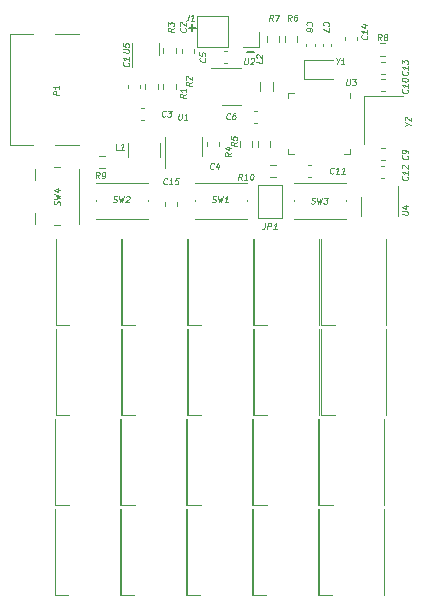
<source format=gbr>
%TF.GenerationSoftware,KiCad,Pcbnew,(6.0.11)*%
%TF.CreationDate,2023-02-01T21:23:03-08:00*%
%TF.ProjectId,Luzy,4c757a79-2e6b-4696-9361-645f70636258,rev?*%
%TF.SameCoordinates,Original*%
%TF.FileFunction,Legend,Top*%
%TF.FilePolarity,Positive*%
%FSLAX46Y46*%
G04 Gerber Fmt 4.6, Leading zero omitted, Abs format (unit mm)*
G04 Created by KiCad (PCBNEW (6.0.11)) date 2023-02-01 21:23:03*
%MOMM*%
%LPD*%
G01*
G04 APERTURE LIST*
%ADD10C,0.127000*%
%ADD11C,0.076200*%
G04 APERTURE END LIST*
D10*
X152236714Y-49076428D02*
X152817285Y-49076428D01*
X147283714Y-47044428D02*
X147864285Y-47044428D01*
X147574000Y-47334714D02*
X147574000Y-46754142D01*
D11*
%TO.C,C8*%
X157298571Y-46863287D02*
X157274380Y-46836072D01*
X157250190Y-46760477D01*
X157250190Y-46712096D01*
X157274380Y-46642549D01*
X157322761Y-46600215D01*
X157371142Y-46582072D01*
X157467904Y-46569977D01*
X157540476Y-46579049D01*
X157637238Y-46615334D01*
X157685619Y-46645572D01*
X157734000Y-46700001D01*
X157758190Y-46775596D01*
X157758190Y-46823977D01*
X157734000Y-46893525D01*
X157709809Y-46914692D01*
X157540476Y-47183811D02*
X157564666Y-47138453D01*
X157588857Y-47117287D01*
X157637238Y-47099144D01*
X157661428Y-47102168D01*
X157709809Y-47132406D01*
X157734000Y-47159620D01*
X157758190Y-47211025D01*
X157758190Y-47307787D01*
X157734000Y-47353144D01*
X157709809Y-47374311D01*
X157661428Y-47392453D01*
X157637238Y-47389430D01*
X157588857Y-47359192D01*
X157564666Y-47331977D01*
X157540476Y-47280572D01*
X157540476Y-47183811D01*
X157516285Y-47132406D01*
X157492095Y-47105192D01*
X157443714Y-47074953D01*
X157346952Y-47062858D01*
X157298571Y-47081001D01*
X157274380Y-47102168D01*
X157250190Y-47147525D01*
X157250190Y-47244287D01*
X157274380Y-47295692D01*
X157298571Y-47322906D01*
X157346952Y-47353144D01*
X157443714Y-47365239D01*
X157492095Y-47347096D01*
X157516285Y-47325930D01*
X157540476Y-47280572D01*
%TO.C,C7*%
X158695571Y-46863287D02*
X158671380Y-46836072D01*
X158647190Y-46760477D01*
X158647190Y-46712096D01*
X158671380Y-46642549D01*
X158719761Y-46600215D01*
X158768142Y-46582072D01*
X158864904Y-46569977D01*
X158937476Y-46579049D01*
X159034238Y-46615334D01*
X159082619Y-46645572D01*
X159131000Y-46700001D01*
X159155190Y-46775596D01*
X159155190Y-46823977D01*
X159131000Y-46893525D01*
X159106809Y-46914692D01*
X159155190Y-47090072D02*
X159155190Y-47428739D01*
X158647190Y-47147525D01*
%TO.C,JP1*%
X153770072Y-63602809D02*
X153724715Y-63965666D01*
X153691453Y-64038238D01*
X153637025Y-64086619D01*
X153561430Y-64110809D01*
X153513049Y-64110809D01*
X153948477Y-64110809D02*
X154011977Y-63602809D01*
X154205501Y-63602809D01*
X154250858Y-63627000D01*
X154272025Y-63651190D01*
X154290168Y-63699571D01*
X154281096Y-63772142D01*
X154250858Y-63820523D01*
X154223644Y-63844714D01*
X154172239Y-63868904D01*
X153978715Y-63868904D01*
X154722572Y-64110809D02*
X154432287Y-64110809D01*
X154577430Y-64110809D02*
X154640930Y-63602809D01*
X154583477Y-63675380D01*
X154529049Y-63723761D01*
X154477644Y-63747952D01*
%TO.C,C1*%
X142167428Y-50037712D02*
X142191619Y-50064927D01*
X142215809Y-50140522D01*
X142215809Y-50188903D01*
X142191619Y-50258450D01*
X142143238Y-50300784D01*
X142094857Y-50318927D01*
X141998095Y-50331022D01*
X141925523Y-50321950D01*
X141828761Y-50285665D01*
X141780380Y-50255427D01*
X141732000Y-50200998D01*
X141707809Y-50125403D01*
X141707809Y-50077022D01*
X141732000Y-50007474D01*
X141756190Y-49986307D01*
X142215809Y-49559950D02*
X142215809Y-49850236D01*
X142215809Y-49705093D02*
X141707809Y-49641593D01*
X141780380Y-49699046D01*
X141828761Y-49753474D01*
X141852952Y-49804879D01*
%TO.C,J1*%
X147293072Y-45949809D02*
X147247715Y-46312666D01*
X147214453Y-46385238D01*
X147160025Y-46433619D01*
X147084430Y-46457809D01*
X147036049Y-46457809D01*
X147737572Y-46457809D02*
X147447287Y-46457809D01*
X147592430Y-46457809D02*
X147655930Y-45949809D01*
X147598477Y-46022380D01*
X147544049Y-46070761D01*
X147492644Y-46094952D01*
%TO.C,SW1*%
X149264596Y-61800619D02*
X149334144Y-61824809D01*
X149455096Y-61824809D01*
X149506501Y-61800619D01*
X149533715Y-61776428D01*
X149563953Y-61728047D01*
X149570001Y-61679666D01*
X149551858Y-61631285D01*
X149530692Y-61607095D01*
X149485334Y-61582904D01*
X149391596Y-61558714D01*
X149346239Y-61534523D01*
X149325072Y-61510333D01*
X149306930Y-61461952D01*
X149312977Y-61413571D01*
X149343215Y-61365190D01*
X149370430Y-61341000D01*
X149421834Y-61316809D01*
X149542787Y-61316809D01*
X149612334Y-61341000D01*
X149784692Y-61316809D02*
X149842144Y-61824809D01*
X149984263Y-61461952D01*
X150035668Y-61824809D01*
X150220120Y-61316809D01*
X150616239Y-61824809D02*
X150325953Y-61824809D01*
X150471096Y-61824809D02*
X150534596Y-61316809D01*
X150477144Y-61389380D01*
X150422715Y-61437761D01*
X150371311Y-61461952D01*
%TO.C,U2*%
X152028358Y-49632809D02*
X151976953Y-50044047D01*
X151995096Y-50092428D01*
X152016263Y-50116619D01*
X152061620Y-50140809D01*
X152158382Y-50140809D01*
X152209787Y-50116619D01*
X152237001Y-50092428D01*
X152267239Y-50044047D01*
X152318644Y-49632809D01*
X152530311Y-49681190D02*
X152557525Y-49657000D01*
X152608930Y-49632809D01*
X152729882Y-49632809D01*
X152775239Y-49657000D01*
X152796406Y-49681190D01*
X152814549Y-49729571D01*
X152808501Y-49777952D01*
X152775239Y-49850523D01*
X152448668Y-50140809D01*
X152763144Y-50140809D01*
%TO.C,C14*%
X162360428Y-47739617D02*
X162384619Y-47766831D01*
X162408809Y-47842427D01*
X162408809Y-47890807D01*
X162384619Y-47960355D01*
X162336238Y-48002688D01*
X162287857Y-48020831D01*
X162191095Y-48032927D01*
X162118523Y-48023855D01*
X162021761Y-47987569D01*
X161973380Y-47957331D01*
X161925000Y-47902903D01*
X161900809Y-47827307D01*
X161900809Y-47778927D01*
X161925000Y-47709379D01*
X161949190Y-47688212D01*
X162408809Y-47261855D02*
X162408809Y-47552141D01*
X162408809Y-47406998D02*
X161900809Y-47343498D01*
X161973380Y-47400950D01*
X162021761Y-47455379D01*
X162045952Y-47506784D01*
X162070142Y-46784093D02*
X162408809Y-46826427D01*
X161876619Y-46880855D02*
X162239476Y-47047165D01*
X162239476Y-46732688D01*
%TO.C,C2*%
X146993428Y-47116712D02*
X147017619Y-47143927D01*
X147041809Y-47219522D01*
X147041809Y-47267903D01*
X147017619Y-47337450D01*
X146969238Y-47379784D01*
X146920857Y-47397927D01*
X146824095Y-47410022D01*
X146751523Y-47400950D01*
X146654761Y-47364665D01*
X146606380Y-47334427D01*
X146558000Y-47279998D01*
X146533809Y-47204403D01*
X146533809Y-47156022D01*
X146558000Y-47086474D01*
X146582190Y-47065307D01*
X146582190Y-46871784D02*
X146558000Y-46844569D01*
X146533809Y-46793165D01*
X146533809Y-46672212D01*
X146558000Y-46626855D01*
X146582190Y-46605688D01*
X146630571Y-46587546D01*
X146678952Y-46593593D01*
X146751523Y-46626855D01*
X147041809Y-46953427D01*
X147041809Y-46638950D01*
%TO.C,R3*%
X146025809Y-47122760D02*
X145783904Y-47261855D01*
X146025809Y-47413046D02*
X145517809Y-47349546D01*
X145517809Y-47156022D01*
X145542000Y-47110665D01*
X145566190Y-47089498D01*
X145614571Y-47071355D01*
X145687142Y-47080427D01*
X145735523Y-47110665D01*
X145759714Y-47137879D01*
X145783904Y-47189284D01*
X145783904Y-47382807D01*
X145517809Y-46889927D02*
X145517809Y-46575450D01*
X145711333Y-46768974D01*
X145711333Y-46696403D01*
X145735523Y-46651046D01*
X145759714Y-46629879D01*
X145808095Y-46611736D01*
X145929047Y-46626855D01*
X145977428Y-46657093D01*
X146001619Y-46684307D01*
X146025809Y-46735712D01*
X146025809Y-46880855D01*
X146001619Y-46926212D01*
X145977428Y-46947379D01*
%TO.C,Y2*%
X165849904Y-55250760D02*
X166091809Y-55280998D01*
X165583809Y-55386831D02*
X165849904Y-55250760D01*
X165583809Y-55048165D01*
X165632190Y-54909069D02*
X165608000Y-54881855D01*
X165583809Y-54830450D01*
X165583809Y-54709498D01*
X165608000Y-54664141D01*
X165632190Y-54642974D01*
X165680571Y-54624831D01*
X165728952Y-54630879D01*
X165801523Y-54664141D01*
X166091809Y-54990712D01*
X166091809Y-54676236D01*
%TO.C,C12*%
X165789428Y-59677617D02*
X165813619Y-59704831D01*
X165837809Y-59780427D01*
X165837809Y-59828807D01*
X165813619Y-59898355D01*
X165765238Y-59940688D01*
X165716857Y-59958831D01*
X165620095Y-59970927D01*
X165547523Y-59961855D01*
X165450761Y-59925569D01*
X165402380Y-59895331D01*
X165354000Y-59840903D01*
X165329809Y-59765307D01*
X165329809Y-59716927D01*
X165354000Y-59647379D01*
X165378190Y-59626212D01*
X165837809Y-59199855D02*
X165837809Y-59490141D01*
X165837809Y-59344998D02*
X165329809Y-59281498D01*
X165402380Y-59338950D01*
X165450761Y-59393379D01*
X165474952Y-59444784D01*
X165378190Y-58948879D02*
X165354000Y-58921665D01*
X165329809Y-58870260D01*
X165329809Y-58749307D01*
X165354000Y-58703950D01*
X165378190Y-58682784D01*
X165426571Y-58664641D01*
X165474952Y-58670688D01*
X165547523Y-58703950D01*
X165837809Y-59030522D01*
X165837809Y-58716046D01*
%TO.C,C15*%
X145427382Y-60252428D02*
X145400168Y-60276619D01*
X145324572Y-60300809D01*
X145276192Y-60300809D01*
X145206644Y-60276619D01*
X145164311Y-60228238D01*
X145146168Y-60179857D01*
X145134072Y-60083095D01*
X145143144Y-60010523D01*
X145179430Y-59913761D01*
X145209668Y-59865380D01*
X145264096Y-59817000D01*
X145339692Y-59792809D01*
X145388072Y-59792809D01*
X145457620Y-59817000D01*
X145478787Y-59841190D01*
X145905144Y-60300809D02*
X145614858Y-60300809D01*
X145760001Y-60300809D02*
X145823501Y-59792809D01*
X145766049Y-59865380D01*
X145711620Y-59913761D01*
X145660215Y-59937952D01*
X146428263Y-59792809D02*
X146186358Y-59792809D01*
X146131930Y-60034714D01*
X146159144Y-60010523D01*
X146210549Y-59986333D01*
X146331501Y-59986333D01*
X146376858Y-60010523D01*
X146398025Y-60034714D01*
X146416168Y-60083095D01*
X146401049Y-60204047D01*
X146370811Y-60252428D01*
X146343596Y-60276619D01*
X146292192Y-60300809D01*
X146171239Y-60300809D01*
X146125882Y-60276619D01*
X146104715Y-60252428D01*
%TO.C,R9*%
X139694239Y-59792809D02*
X139555144Y-59550904D01*
X139403953Y-59792809D02*
X139467453Y-59284809D01*
X139660977Y-59284809D01*
X139706334Y-59309000D01*
X139727501Y-59333190D01*
X139745644Y-59381571D01*
X139736572Y-59454142D01*
X139706334Y-59502523D01*
X139679120Y-59526714D01*
X139627715Y-59550904D01*
X139434192Y-59550904D01*
X139936144Y-59792809D02*
X140032906Y-59792809D01*
X140084311Y-59768619D01*
X140111525Y-59744428D01*
X140168977Y-59671857D01*
X140205263Y-59575095D01*
X140229453Y-59381571D01*
X140211311Y-59333190D01*
X140190144Y-59309000D01*
X140144787Y-59284809D01*
X140048025Y-59284809D01*
X139996620Y-59309000D01*
X139969406Y-59333190D01*
X139939168Y-59381571D01*
X139924049Y-59502523D01*
X139942192Y-59550904D01*
X139963358Y-59575095D01*
X140008715Y-59599285D01*
X140105477Y-59599285D01*
X140156882Y-59575095D01*
X140184096Y-59550904D01*
X140214334Y-59502523D01*
%TO.C,R1*%
X147041809Y-52710760D02*
X146799904Y-52849855D01*
X147041809Y-53001046D02*
X146533809Y-52937546D01*
X146533809Y-52744022D01*
X146558000Y-52698665D01*
X146582190Y-52677498D01*
X146630571Y-52659355D01*
X146703142Y-52668427D01*
X146751523Y-52698665D01*
X146775714Y-52725879D01*
X146799904Y-52777284D01*
X146799904Y-52970807D01*
X147041809Y-52226950D02*
X147041809Y-52517236D01*
X147041809Y-52372093D02*
X146533809Y-52308593D01*
X146606380Y-52366046D01*
X146654761Y-52420474D01*
X146678952Y-52471879D01*
%TO.C,C5*%
X148644428Y-49656712D02*
X148668619Y-49683927D01*
X148692809Y-49759522D01*
X148692809Y-49807903D01*
X148668619Y-49877450D01*
X148620238Y-49919784D01*
X148571857Y-49937927D01*
X148475095Y-49950022D01*
X148402523Y-49940950D01*
X148305761Y-49904665D01*
X148257380Y-49874427D01*
X148209000Y-49819998D01*
X148184809Y-49744403D01*
X148184809Y-49696022D01*
X148209000Y-49626474D01*
X148233190Y-49605307D01*
X148184809Y-49139641D02*
X148184809Y-49381546D01*
X148426714Y-49435974D01*
X148402523Y-49408760D01*
X148378333Y-49357355D01*
X148378333Y-49236403D01*
X148402523Y-49191046D01*
X148426714Y-49169879D01*
X148475095Y-49151736D01*
X148596047Y-49166855D01*
X148644428Y-49197093D01*
X148668619Y-49224307D01*
X148692809Y-49275712D01*
X148692809Y-49396665D01*
X148668619Y-49442022D01*
X148644428Y-49463188D01*
%TO.C,Y1*%
X159887239Y-49898904D02*
X159857001Y-50140809D01*
X159751168Y-49632809D02*
X159887239Y-49898904D01*
X160089834Y-49632809D01*
X160461763Y-50140809D02*
X160171477Y-50140809D01*
X160316620Y-50140809D02*
X160380120Y-49632809D01*
X160322668Y-49705380D01*
X160268239Y-49753761D01*
X160216834Y-49777952D01*
%TO.C,U1*%
X146440358Y-54331809D02*
X146388953Y-54743047D01*
X146407096Y-54791428D01*
X146428263Y-54815619D01*
X146473620Y-54839809D01*
X146570382Y-54839809D01*
X146621787Y-54815619D01*
X146649001Y-54791428D01*
X146679239Y-54743047D01*
X146730644Y-54331809D01*
X147175144Y-54839809D02*
X146884858Y-54839809D01*
X147030001Y-54839809D02*
X147093501Y-54331809D01*
X147036049Y-54404380D01*
X146981620Y-54452761D01*
X146930215Y-54476952D01*
%TO.C,U3*%
X160664358Y-51410809D02*
X160612953Y-51822047D01*
X160631096Y-51870428D01*
X160652263Y-51894619D01*
X160697620Y-51918809D01*
X160794382Y-51918809D01*
X160845787Y-51894619D01*
X160873001Y-51870428D01*
X160903239Y-51822047D01*
X160954644Y-51410809D01*
X161148168Y-51410809D02*
X161462644Y-51410809D01*
X161269120Y-51604333D01*
X161341692Y-51604333D01*
X161387049Y-51628523D01*
X161408215Y-51652714D01*
X161426358Y-51701095D01*
X161411239Y-51822047D01*
X161381001Y-51870428D01*
X161353787Y-51894619D01*
X161302382Y-51918809D01*
X161157239Y-51918809D01*
X161111882Y-51894619D01*
X161090715Y-51870428D01*
%TO.C,C4*%
X149352287Y-58982428D02*
X149325072Y-59006619D01*
X149249477Y-59030809D01*
X149201096Y-59030809D01*
X149131549Y-59006619D01*
X149089215Y-58958238D01*
X149071072Y-58909857D01*
X149058977Y-58813095D01*
X149068049Y-58740523D01*
X149104334Y-58643761D01*
X149134572Y-58595380D01*
X149189001Y-58547000D01*
X149264596Y-58522809D01*
X149312977Y-58522809D01*
X149382525Y-58547000D01*
X149403692Y-58571190D01*
X149824001Y-58692142D02*
X149781668Y-59030809D01*
X149727239Y-58498619D02*
X149560930Y-58861476D01*
X149875406Y-58861476D01*
%TO.C,SW4*%
X136341619Y-62063403D02*
X136365809Y-61993855D01*
X136365809Y-61872903D01*
X136341619Y-61821498D01*
X136317428Y-61794284D01*
X136269047Y-61764046D01*
X136220666Y-61757998D01*
X136172285Y-61776141D01*
X136148095Y-61797307D01*
X136123904Y-61842665D01*
X136099714Y-61936403D01*
X136075523Y-61981760D01*
X136051333Y-62002927D01*
X136002952Y-62021069D01*
X135954571Y-62015022D01*
X135906190Y-61984784D01*
X135882000Y-61957569D01*
X135857809Y-61906165D01*
X135857809Y-61785212D01*
X135882000Y-61715665D01*
X135857809Y-61543307D02*
X136365809Y-61485855D01*
X136002952Y-61343736D01*
X136365809Y-61292331D01*
X135857809Y-61107879D01*
X136027142Y-60717807D02*
X136365809Y-60760141D01*
X135833619Y-60814569D02*
X136196476Y-60980879D01*
X136196476Y-60666403D01*
%TO.C,R4*%
X150851809Y-57663760D02*
X150609904Y-57802855D01*
X150851809Y-57954046D02*
X150343809Y-57890546D01*
X150343809Y-57697022D01*
X150368000Y-57651665D01*
X150392190Y-57630498D01*
X150440571Y-57612355D01*
X150513142Y-57621427D01*
X150561523Y-57651665D01*
X150585714Y-57678879D01*
X150609904Y-57730284D01*
X150609904Y-57923807D01*
X150513142Y-57185998D02*
X150851809Y-57228331D01*
X150319619Y-57282760D02*
X150682476Y-57449069D01*
X150682476Y-57134593D01*
%TO.C,SW3*%
X157646596Y-61927619D02*
X157716144Y-61951809D01*
X157837096Y-61951809D01*
X157888501Y-61927619D01*
X157915715Y-61903428D01*
X157945953Y-61855047D01*
X157952001Y-61806666D01*
X157933858Y-61758285D01*
X157912692Y-61734095D01*
X157867334Y-61709904D01*
X157773596Y-61685714D01*
X157728239Y-61661523D01*
X157707072Y-61637333D01*
X157688930Y-61588952D01*
X157694977Y-61540571D01*
X157725215Y-61492190D01*
X157752430Y-61468000D01*
X157803834Y-61443809D01*
X157924787Y-61443809D01*
X157994334Y-61468000D01*
X158166692Y-61443809D02*
X158224144Y-61951809D01*
X158366263Y-61588952D01*
X158417668Y-61951809D01*
X158602120Y-61443809D01*
X158747263Y-61443809D02*
X159061739Y-61443809D01*
X158868215Y-61637333D01*
X158940787Y-61637333D01*
X158986144Y-61661523D01*
X159007311Y-61685714D01*
X159025453Y-61734095D01*
X159010334Y-61855047D01*
X158980096Y-61903428D01*
X158952882Y-61927619D01*
X158901477Y-61951809D01*
X158756334Y-61951809D01*
X158710977Y-61927619D01*
X158689811Y-61903428D01*
%TO.C,P1*%
X136321809Y-52747046D02*
X135813809Y-52683546D01*
X135813809Y-52490022D01*
X135838000Y-52444665D01*
X135862190Y-52423498D01*
X135910571Y-52405355D01*
X135983142Y-52414427D01*
X136031523Y-52444665D01*
X136055714Y-52471879D01*
X136079904Y-52523284D01*
X136079904Y-52716807D01*
X136321809Y-51972950D02*
X136321809Y-52263236D01*
X136321809Y-52118093D02*
X135813809Y-52054593D01*
X135886380Y-52112046D01*
X135934761Y-52166474D01*
X135958952Y-52217879D01*
%TO.C,U4*%
X165329809Y-62855641D02*
X165741047Y-62907046D01*
X165789428Y-62888903D01*
X165813619Y-62867736D01*
X165837809Y-62822379D01*
X165837809Y-62725617D01*
X165813619Y-62674212D01*
X165789428Y-62646998D01*
X165741047Y-62616760D01*
X165329809Y-62565355D01*
X165499142Y-62126903D02*
X165837809Y-62169236D01*
X165305619Y-62223665D02*
X165668476Y-62389974D01*
X165668476Y-62075498D01*
%TO.C,C6*%
X150749287Y-54750828D02*
X150722072Y-54775019D01*
X150646477Y-54799209D01*
X150598096Y-54799209D01*
X150528549Y-54775019D01*
X150486215Y-54726638D01*
X150468072Y-54678257D01*
X150455977Y-54581495D01*
X150465049Y-54508923D01*
X150501334Y-54412161D01*
X150531572Y-54363780D01*
X150586001Y-54315400D01*
X150661596Y-54291209D01*
X150709977Y-54291209D01*
X150779525Y-54315400D01*
X150800692Y-54339590D01*
X151242168Y-54291209D02*
X151145406Y-54291209D01*
X151094001Y-54315400D01*
X151066787Y-54339590D01*
X151009334Y-54412161D01*
X150973049Y-54508923D01*
X150948858Y-54702447D01*
X150967001Y-54750828D01*
X150988168Y-54775019D01*
X151033525Y-54799209D01*
X151130287Y-54799209D01*
X151181692Y-54775019D01*
X151208906Y-54750828D01*
X151239144Y-54702447D01*
X151254263Y-54581495D01*
X151236120Y-54533114D01*
X151214953Y-54508923D01*
X151169596Y-54484733D01*
X151072834Y-54484733D01*
X151021430Y-54508923D01*
X150994215Y-54533114D01*
X150963977Y-54581495D01*
%TO.C,U5*%
X141707809Y-49139641D02*
X142119047Y-49191046D01*
X142167428Y-49172903D01*
X142191619Y-49151736D01*
X142215809Y-49106379D01*
X142215809Y-49009617D01*
X142191619Y-48958212D01*
X142167428Y-48930998D01*
X142119047Y-48900760D01*
X141707809Y-48849355D01*
X141707809Y-48365546D02*
X141707809Y-48607450D01*
X141949714Y-48661879D01*
X141925523Y-48634665D01*
X141901333Y-48583260D01*
X141901333Y-48462307D01*
X141925523Y-48416950D01*
X141949714Y-48395784D01*
X141998095Y-48377641D01*
X142119047Y-48392760D01*
X142167428Y-48422998D01*
X142191619Y-48450212D01*
X142215809Y-48501617D01*
X142215809Y-48622569D01*
X142191619Y-48667927D01*
X142167428Y-48689093D01*
%TO.C,C10*%
X165789428Y-52311617D02*
X165813619Y-52338831D01*
X165837809Y-52414427D01*
X165837809Y-52462807D01*
X165813619Y-52532355D01*
X165765238Y-52574688D01*
X165716857Y-52592831D01*
X165620095Y-52604927D01*
X165547523Y-52595855D01*
X165450761Y-52559569D01*
X165402380Y-52529331D01*
X165354000Y-52474903D01*
X165329809Y-52399307D01*
X165329809Y-52350927D01*
X165354000Y-52281379D01*
X165378190Y-52260212D01*
X165837809Y-51833855D02*
X165837809Y-52124141D01*
X165837809Y-51978998D02*
X165329809Y-51915498D01*
X165402380Y-51972950D01*
X165450761Y-52027379D01*
X165474952Y-52078784D01*
X165329809Y-51455879D02*
X165329809Y-51407498D01*
X165354000Y-51362141D01*
X165378190Y-51340974D01*
X165426571Y-51322831D01*
X165523333Y-51310736D01*
X165644285Y-51325855D01*
X165741047Y-51362141D01*
X165789428Y-51392379D01*
X165813619Y-51419593D01*
X165837809Y-51470998D01*
X165837809Y-51519379D01*
X165813619Y-51564736D01*
X165789428Y-51585903D01*
X165741047Y-51604046D01*
X165644285Y-51616141D01*
X165523333Y-51601022D01*
X165426571Y-51564736D01*
X165378190Y-51534498D01*
X165354000Y-51507284D01*
X165329809Y-51455879D01*
%TO.C,R8*%
X163570239Y-48108809D02*
X163431144Y-47866904D01*
X163279953Y-48108809D02*
X163343453Y-47600809D01*
X163536977Y-47600809D01*
X163582334Y-47625000D01*
X163603501Y-47649190D01*
X163621644Y-47697571D01*
X163612572Y-47770142D01*
X163582334Y-47818523D01*
X163555120Y-47842714D01*
X163503715Y-47866904D01*
X163310192Y-47866904D01*
X163896811Y-47818523D02*
X163851453Y-47794333D01*
X163830287Y-47770142D01*
X163812144Y-47721761D01*
X163815168Y-47697571D01*
X163845406Y-47649190D01*
X163872620Y-47625000D01*
X163924025Y-47600809D01*
X164020787Y-47600809D01*
X164066144Y-47625000D01*
X164087311Y-47649190D01*
X164105453Y-47697571D01*
X164102430Y-47721761D01*
X164072192Y-47770142D01*
X164044977Y-47794333D01*
X163993572Y-47818523D01*
X163896811Y-47818523D01*
X163845406Y-47842714D01*
X163818192Y-47866904D01*
X163787953Y-47915285D01*
X163775858Y-48012047D01*
X163794001Y-48060428D01*
X163815168Y-48084619D01*
X163860525Y-48108809D01*
X163957287Y-48108809D01*
X164008692Y-48084619D01*
X164035906Y-48060428D01*
X164066144Y-48012047D01*
X164078239Y-47915285D01*
X164060096Y-47866904D01*
X164038930Y-47842714D01*
X163993572Y-47818523D01*
%TO.C,R10*%
X151771334Y-59919809D02*
X151632239Y-59677904D01*
X151481049Y-59919809D02*
X151544549Y-59411809D01*
X151738072Y-59411809D01*
X151783430Y-59436000D01*
X151804596Y-59460190D01*
X151822739Y-59508571D01*
X151813668Y-59581142D01*
X151783430Y-59629523D01*
X151756215Y-59653714D01*
X151704811Y-59677904D01*
X151511287Y-59677904D01*
X152255144Y-59919809D02*
X151964858Y-59919809D01*
X152110001Y-59919809D02*
X152173501Y-59411809D01*
X152116049Y-59484380D01*
X152061620Y-59532761D01*
X152010215Y-59556952D01*
X152633120Y-59411809D02*
X152681501Y-59411809D01*
X152726858Y-59436000D01*
X152748025Y-59460190D01*
X152766168Y-59508571D01*
X152778263Y-59605333D01*
X152763144Y-59726285D01*
X152726858Y-59823047D01*
X152696620Y-59871428D01*
X152669406Y-59895619D01*
X152618001Y-59919809D01*
X152569620Y-59919809D01*
X152524263Y-59895619D01*
X152503096Y-59871428D01*
X152484953Y-59823047D01*
X152472858Y-59726285D01*
X152487977Y-59605333D01*
X152524263Y-59508571D01*
X152554501Y-59460190D01*
X152581715Y-59436000D01*
X152633120Y-59411809D01*
%TO.C,R2*%
X147549809Y-51694760D02*
X147307904Y-51833855D01*
X147549809Y-51985046D02*
X147041809Y-51921546D01*
X147041809Y-51728022D01*
X147066000Y-51682665D01*
X147090190Y-51661498D01*
X147138571Y-51643355D01*
X147211142Y-51652427D01*
X147259523Y-51682665D01*
X147283714Y-51709879D01*
X147307904Y-51761284D01*
X147307904Y-51954807D01*
X147090190Y-51443784D02*
X147066000Y-51416569D01*
X147041809Y-51365165D01*
X147041809Y-51244212D01*
X147066000Y-51198855D01*
X147090190Y-51177688D01*
X147138571Y-51159546D01*
X147186952Y-51165593D01*
X147259523Y-51198855D01*
X147549809Y-51525427D01*
X147549809Y-51210950D01*
%TO.C,L2*%
X153518809Y-49789760D02*
X153518809Y-50031665D01*
X153010809Y-49968165D01*
X153059190Y-49587165D02*
X153035000Y-49559950D01*
X153010809Y-49508546D01*
X153010809Y-49387593D01*
X153035000Y-49342236D01*
X153059190Y-49321069D01*
X153107571Y-49302927D01*
X153155952Y-49308974D01*
X153228523Y-49342236D01*
X153518809Y-49668807D01*
X153518809Y-49354331D01*
%TO.C,R6*%
X155950239Y-46457809D02*
X155811144Y-46215904D01*
X155659953Y-46457809D02*
X155723453Y-45949809D01*
X155916977Y-45949809D01*
X155962334Y-45974000D01*
X155983501Y-45998190D01*
X156001644Y-46046571D01*
X155992572Y-46119142D01*
X155962334Y-46167523D01*
X155935120Y-46191714D01*
X155883715Y-46215904D01*
X155690192Y-46215904D01*
X156449168Y-45949809D02*
X156352406Y-45949809D01*
X156301001Y-45974000D01*
X156273787Y-45998190D01*
X156216334Y-46070761D01*
X156180049Y-46167523D01*
X156155858Y-46361047D01*
X156174001Y-46409428D01*
X156195168Y-46433619D01*
X156240525Y-46457809D01*
X156337287Y-46457809D01*
X156388692Y-46433619D01*
X156415906Y-46409428D01*
X156446144Y-46361047D01*
X156461263Y-46240095D01*
X156443120Y-46191714D01*
X156421953Y-46167523D01*
X156376596Y-46143333D01*
X156279834Y-46143333D01*
X156228430Y-46167523D01*
X156201215Y-46191714D01*
X156170977Y-46240095D01*
%TO.C,C11*%
X159524382Y-59363428D02*
X159497168Y-59387619D01*
X159421572Y-59411809D01*
X159373192Y-59411809D01*
X159303644Y-59387619D01*
X159261311Y-59339238D01*
X159243168Y-59290857D01*
X159231072Y-59194095D01*
X159240144Y-59121523D01*
X159276430Y-59024761D01*
X159306668Y-58976380D01*
X159361096Y-58928000D01*
X159436692Y-58903809D01*
X159485072Y-58903809D01*
X159554620Y-58928000D01*
X159575787Y-58952190D01*
X160002144Y-59411809D02*
X159711858Y-59411809D01*
X159857001Y-59411809D02*
X159920501Y-58903809D01*
X159863049Y-58976380D01*
X159808620Y-59024761D01*
X159757215Y-59048952D01*
X160485953Y-59411809D02*
X160195668Y-59411809D01*
X160340811Y-59411809D02*
X160404311Y-58903809D01*
X160346858Y-58976380D01*
X160292430Y-59024761D01*
X160241025Y-59048952D01*
%TO.C,SW2*%
X140882596Y-61800619D02*
X140952144Y-61824809D01*
X141073096Y-61824809D01*
X141124501Y-61800619D01*
X141151715Y-61776428D01*
X141181953Y-61728047D01*
X141188001Y-61679666D01*
X141169858Y-61631285D01*
X141148692Y-61607095D01*
X141103334Y-61582904D01*
X141009596Y-61558714D01*
X140964239Y-61534523D01*
X140943072Y-61510333D01*
X140924930Y-61461952D01*
X140930977Y-61413571D01*
X140961215Y-61365190D01*
X140988430Y-61341000D01*
X141039834Y-61316809D01*
X141160787Y-61316809D01*
X141230334Y-61341000D01*
X141402692Y-61316809D02*
X141460144Y-61824809D01*
X141602263Y-61461952D01*
X141653668Y-61824809D01*
X141838120Y-61316809D01*
X142001406Y-61365190D02*
X142028620Y-61341000D01*
X142080025Y-61316809D01*
X142200977Y-61316809D01*
X142246334Y-61341000D01*
X142267501Y-61365190D01*
X142285644Y-61413571D01*
X142279596Y-61461952D01*
X142246334Y-61534523D01*
X141919763Y-61824809D01*
X142234239Y-61824809D01*
%TO.C,C13*%
X165789428Y-50787617D02*
X165813619Y-50814831D01*
X165837809Y-50890427D01*
X165837809Y-50938807D01*
X165813619Y-51008355D01*
X165765238Y-51050688D01*
X165716857Y-51068831D01*
X165620095Y-51080927D01*
X165547523Y-51071855D01*
X165450761Y-51035569D01*
X165402380Y-51005331D01*
X165354000Y-50950903D01*
X165329809Y-50875307D01*
X165329809Y-50826927D01*
X165354000Y-50757379D01*
X165378190Y-50736212D01*
X165837809Y-50309855D02*
X165837809Y-50600141D01*
X165837809Y-50454998D02*
X165329809Y-50391498D01*
X165402380Y-50448950D01*
X165450761Y-50503379D01*
X165474952Y-50554784D01*
X165329809Y-50077022D02*
X165329809Y-49762546D01*
X165523333Y-49956069D01*
X165523333Y-49883498D01*
X165547523Y-49838141D01*
X165571714Y-49816974D01*
X165620095Y-49798831D01*
X165741047Y-49813950D01*
X165789428Y-49844188D01*
X165813619Y-49871403D01*
X165837809Y-49922807D01*
X165837809Y-50067950D01*
X165813619Y-50113307D01*
X165789428Y-50134474D01*
%TO.C,L1*%
X141345239Y-57379809D02*
X141103334Y-57379809D01*
X141166834Y-56871809D01*
X141780668Y-57379809D02*
X141490382Y-57379809D01*
X141635525Y-57379809D02*
X141699025Y-56871809D01*
X141641572Y-56944380D01*
X141587144Y-56992761D01*
X141535739Y-57016952D01*
%TO.C,C3*%
X145288287Y-54537428D02*
X145261072Y-54561619D01*
X145185477Y-54585809D01*
X145137096Y-54585809D01*
X145067549Y-54561619D01*
X145025215Y-54513238D01*
X145007072Y-54464857D01*
X144994977Y-54368095D01*
X145004049Y-54295523D01*
X145040334Y-54198761D01*
X145070572Y-54150380D01*
X145125001Y-54102000D01*
X145200596Y-54077809D01*
X145248977Y-54077809D01*
X145318525Y-54102000D01*
X145339692Y-54126190D01*
X145515072Y-54077809D02*
X145829549Y-54077809D01*
X145636025Y-54271333D01*
X145708596Y-54271333D01*
X145753953Y-54295523D01*
X145775120Y-54319714D01*
X145793263Y-54368095D01*
X145778144Y-54489047D01*
X145747906Y-54537428D01*
X145720692Y-54561619D01*
X145669287Y-54585809D01*
X145524144Y-54585809D01*
X145478787Y-54561619D01*
X145457620Y-54537428D01*
%TO.C,C9*%
X165789428Y-57911712D02*
X165813619Y-57938927D01*
X165837809Y-58014522D01*
X165837809Y-58062903D01*
X165813619Y-58132450D01*
X165765238Y-58174784D01*
X165716857Y-58192927D01*
X165620095Y-58205022D01*
X165547523Y-58195950D01*
X165450761Y-58159665D01*
X165402380Y-58129427D01*
X165354000Y-58074998D01*
X165329809Y-57999403D01*
X165329809Y-57951022D01*
X165354000Y-57881474D01*
X165378190Y-57860307D01*
X165837809Y-57675855D02*
X165837809Y-57579093D01*
X165813619Y-57527688D01*
X165789428Y-57500474D01*
X165716857Y-57443022D01*
X165620095Y-57406736D01*
X165426571Y-57382546D01*
X165378190Y-57400688D01*
X165354000Y-57421855D01*
X165329809Y-57467212D01*
X165329809Y-57563974D01*
X165354000Y-57615379D01*
X165378190Y-57642593D01*
X165426571Y-57672831D01*
X165547523Y-57687950D01*
X165595904Y-57669807D01*
X165620095Y-57648641D01*
X165644285Y-57603284D01*
X165644285Y-57506522D01*
X165620095Y-57455117D01*
X165595904Y-57427903D01*
X165547523Y-57397665D01*
%TO.C,R5*%
X151359809Y-56774760D02*
X151117904Y-56913855D01*
X151359809Y-57065046D02*
X150851809Y-57001546D01*
X150851809Y-56808022D01*
X150876000Y-56762665D01*
X150900190Y-56741498D01*
X150948571Y-56723355D01*
X151021142Y-56732427D01*
X151069523Y-56762665D01*
X151093714Y-56789879D01*
X151117904Y-56841284D01*
X151117904Y-57034807D01*
X150851809Y-56251641D02*
X150851809Y-56493546D01*
X151093714Y-56547974D01*
X151069523Y-56520760D01*
X151045333Y-56469355D01*
X151045333Y-56348403D01*
X151069523Y-56303046D01*
X151093714Y-56281879D01*
X151142095Y-56263736D01*
X151263047Y-56278855D01*
X151311428Y-56309093D01*
X151335619Y-56336307D01*
X151359809Y-56387712D01*
X151359809Y-56508665D01*
X151335619Y-56554022D01*
X151311428Y-56575188D01*
%TO.C,R7*%
X154393239Y-46457809D02*
X154254144Y-46215904D01*
X154102953Y-46457809D02*
X154166453Y-45949809D01*
X154359977Y-45949809D01*
X154405334Y-45974000D01*
X154426501Y-45998190D01*
X154444644Y-46046571D01*
X154435572Y-46119142D01*
X154405334Y-46167523D01*
X154378120Y-46191714D01*
X154326715Y-46215904D01*
X154133192Y-46215904D01*
X154626072Y-45949809D02*
X154964739Y-45949809D01*
X154683525Y-46457809D01*
%TO.C,C8*%
X157247000Y-48406164D02*
X157247000Y-48621836D01*
X157967000Y-48406164D02*
X157967000Y-48621836D01*
%TO.C,C7*%
X158644000Y-48406164D02*
X158644000Y-48621836D01*
X159364000Y-48406164D02*
X159364000Y-48621836D01*
%TO.C,JP1*%
X155178000Y-60359000D02*
X155178000Y-63159000D01*
X153178000Y-63159000D02*
X153178000Y-60359000D01*
X155178000Y-63159000D02*
X153178000Y-63159000D01*
X153178000Y-60359000D02*
X155178000Y-60359000D01*
%TO.C,C1*%
X143131000Y-51907420D02*
X143131000Y-52188580D01*
X142111000Y-51907420D02*
X142111000Y-52188580D01*
%TO.C,D3*%
X152712991Y-64930000D02*
X152712991Y-72230000D01*
X147212991Y-64930000D02*
X147212991Y-72230000D01*
X147212991Y-72230000D02*
X148362991Y-72230000D01*
%TO.C,D20*%
X163786000Y-87790000D02*
X163786000Y-95090000D01*
X158286000Y-95090000D02*
X159436000Y-95090000D01*
X158286000Y-87790000D02*
X158286000Y-95090000D01*
%TO.C,J1*%
X150622000Y-48726000D02*
X148022000Y-48726000D01*
X150622000Y-46066000D02*
X150622000Y-48726000D01*
X148022000Y-46066000D02*
X148022000Y-48726000D01*
X153222000Y-47396000D02*
X153222000Y-48726000D01*
X153222000Y-48726000D02*
X151892000Y-48726000D01*
X150622000Y-46066000D02*
X148022000Y-46066000D01*
%TO.C,SW1*%
X147787000Y-61772000D02*
X147787000Y-61672000D01*
X152187000Y-61772000D02*
X152187000Y-61672000D01*
X152187000Y-60172000D02*
X147787000Y-60172000D01*
X147787000Y-63272000D02*
X152187000Y-63272000D01*
%TO.C,U2*%
X150926800Y-53604600D02*
X150126800Y-53604600D01*
X150926800Y-50484600D02*
X149126800Y-50484600D01*
X150926800Y-53604600D02*
X151726800Y-53604600D01*
X150926800Y-50484600D02*
X151726800Y-50484600D01*
%TO.C,D9*%
X152800991Y-79850000D02*
X153950991Y-79850000D01*
X152800991Y-72550000D02*
X152800991Y-79850000D01*
X158300991Y-72550000D02*
X158300991Y-79850000D01*
%TO.C,C14*%
X160526000Y-47814620D02*
X160526000Y-48095780D01*
X161546000Y-47814620D02*
X161546000Y-48095780D01*
%TO.C,C2*%
X147703000Y-49162580D02*
X147703000Y-48881420D01*
X146683000Y-49162580D02*
X146683000Y-48881420D01*
%TO.C,R3*%
X145146500Y-49237258D02*
X145146500Y-48762742D01*
X146191500Y-49237258D02*
X146191500Y-48762742D01*
%TO.C,D11*%
X136002680Y-80170000D02*
X136002680Y-87470000D01*
X141502680Y-80170000D02*
X141502680Y-87470000D01*
X136002680Y-87470000D02*
X137152680Y-87470000D01*
%TO.C,Y2*%
X162090200Y-52871800D02*
X162090200Y-56871800D01*
X165390200Y-52871800D02*
X162090200Y-52871800D01*
%TO.C,D5*%
X158476500Y-72230000D02*
X159626500Y-72230000D01*
X158476500Y-64930000D02*
X158476500Y-72230000D01*
X163976500Y-64930000D02*
X163976500Y-72230000D01*
%TO.C,C12*%
X163562420Y-59819000D02*
X163843580Y-59819000D01*
X163562420Y-58799000D02*
X163843580Y-58799000D01*
%TO.C,C15*%
X145286000Y-61835420D02*
X145286000Y-62116580D01*
X146306000Y-61835420D02*
X146306000Y-62116580D01*
%TO.C,R9*%
X139716742Y-57897500D02*
X140191258Y-57897500D01*
X139716742Y-58942500D02*
X140191258Y-58942500D01*
%TO.C,D12*%
X141590680Y-87470000D02*
X142740680Y-87470000D01*
X141590680Y-80170000D02*
X141590680Y-87470000D01*
X147090680Y-80170000D02*
X147090680Y-87470000D01*
%TO.C,D8*%
X147212991Y-72550000D02*
X147212991Y-79850000D01*
X152712991Y-72550000D02*
X152712991Y-79850000D01*
X147212991Y-79850000D02*
X148362991Y-79850000D01*
%TO.C,D1*%
X136036991Y-72230000D02*
X137186991Y-72230000D01*
X141536991Y-64930000D02*
X141536991Y-72230000D01*
X136036991Y-64930000D02*
X136036991Y-72230000D01*
%TO.C,R1*%
X143622500Y-51799742D02*
X143622500Y-52274258D01*
X144667500Y-51799742D02*
X144667500Y-52274258D01*
%TO.C,C5*%
X150227420Y-49060600D02*
X150508580Y-49060600D01*
X150227420Y-50080600D02*
X150508580Y-50080600D01*
%TO.C,D15*%
X158354680Y-80170000D02*
X158354680Y-87470000D01*
X163854680Y-80170000D02*
X163854680Y-87470000D01*
X158354680Y-87470000D02*
X159504680Y-87470000D01*
%TO.C,D14*%
X158266680Y-80170000D02*
X158266680Y-87470000D01*
X152766680Y-80170000D02*
X152766680Y-87470000D01*
X152766680Y-87470000D02*
X153916680Y-87470000D01*
%TO.C,D19*%
X152698000Y-87790000D02*
X152698000Y-95090000D01*
X152698000Y-95090000D02*
X153848000Y-95090000D01*
X158198000Y-87790000D02*
X158198000Y-95090000D01*
%TO.C,Y1*%
X159461000Y-49789000D02*
X157061000Y-49789000D01*
X157061000Y-51389000D02*
X159461000Y-51389000D01*
X157061000Y-49789000D02*
X157061000Y-51389000D01*
%TO.C,U1*%
X145252000Y-57150000D02*
X145252000Y-56350000D01*
X148372000Y-57150000D02*
X148372000Y-56350000D01*
X148372000Y-57150000D02*
X148372000Y-57950000D01*
X145252000Y-57150000D02*
X145252000Y-58950000D01*
%TO.C,U3*%
X160928200Y-57771800D02*
X160453200Y-57771800D01*
X160928200Y-57296800D02*
X160928200Y-57771800D01*
X160928200Y-53026800D02*
X160928200Y-52551800D01*
X155708200Y-53026800D02*
X155708200Y-52551800D01*
X155708200Y-57296800D02*
X155708200Y-57771800D01*
X155708200Y-57771800D02*
X156183200Y-57771800D01*
X155708200Y-52551800D02*
X156183200Y-52551800D01*
%TO.C,D4*%
X158300991Y-64930000D02*
X158300991Y-72230000D01*
X152800991Y-64930000D02*
X152800991Y-72230000D01*
X152800991Y-72230000D02*
X153950991Y-72230000D01*
%TO.C,D2*%
X141624991Y-64930000D02*
X141624991Y-72230000D01*
X147124991Y-64930000D02*
X147124991Y-72230000D01*
X141624991Y-72230000D02*
X142774991Y-72230000D01*
%TO.C,C4*%
X148842000Y-56755420D02*
X148842000Y-57036580D01*
X149862000Y-56755420D02*
X149862000Y-57036580D01*
%TO.C,SW4*%
X134286000Y-62766000D02*
X134286000Y-63691000D01*
X136411000Y-63791000D02*
X135861000Y-63791000D01*
X137986000Y-58991000D02*
X137986000Y-63691000D01*
X136411000Y-58891000D02*
X135861000Y-58891000D01*
X134286000Y-58991000D02*
X134286000Y-59916000D01*
%TO.C,D13*%
X147178680Y-87470000D02*
X148328680Y-87470000D01*
X152678680Y-80170000D02*
X152678680Y-87470000D01*
X147178680Y-80170000D02*
X147178680Y-87470000D01*
%TO.C,D17*%
X141522000Y-87790000D02*
X141522000Y-95090000D01*
X147022000Y-87790000D02*
X147022000Y-95090000D01*
X141522000Y-95090000D02*
X142672000Y-95090000D01*
%TO.C,D7*%
X147124991Y-72550000D02*
X147124991Y-79850000D01*
X141624991Y-79850000D02*
X142774991Y-79850000D01*
X141624991Y-72550000D02*
X141624991Y-79850000D01*
%TO.C,R4*%
X151623500Y-56658742D02*
X151623500Y-57133258D01*
X152668500Y-56658742D02*
X152668500Y-57133258D01*
%TO.C,SW3*%
X160569000Y-61772000D02*
X160569000Y-61672000D01*
X156169000Y-63272000D02*
X160569000Y-63272000D01*
X156169000Y-61772000D02*
X156169000Y-61672000D01*
X160569000Y-60172000D02*
X156169000Y-60172000D01*
%TO.C,P1*%
X134092000Y-57024000D02*
X132192000Y-57024000D01*
X137992000Y-47624000D02*
X135992000Y-47624000D01*
X132192000Y-47624000D02*
X132192000Y-57024000D01*
X137992000Y-57024000D02*
X135992000Y-57024000D01*
X134092000Y-47624000D02*
X132192000Y-47624000D01*
%TO.C,U4*%
X165009000Y-62230000D02*
X165009000Y-60430000D01*
X161889000Y-62230000D02*
X161889000Y-61430000D01*
X165009000Y-62230000D02*
X165009000Y-63030000D01*
X161889000Y-62230000D02*
X161889000Y-63030000D01*
%TO.C,C6*%
X153048580Y-54100000D02*
X152767420Y-54100000D01*
X153048580Y-55120000D02*
X152767420Y-55120000D01*
%TO.C,U5*%
X144757000Y-48373000D02*
X144757000Y-49373000D01*
X142517000Y-50373000D02*
X142517000Y-48373000D01*
%TO.C,C10*%
X163880780Y-52443300D02*
X163599620Y-52443300D01*
X163880780Y-51423300D02*
X163599620Y-51423300D01*
%TO.C,R8*%
X163465742Y-49417500D02*
X163940258Y-49417500D01*
X163465742Y-48372500D02*
X163940258Y-48372500D01*
%TO.C,R10*%
X154194742Y-59704500D02*
X154669258Y-59704500D01*
X154194742Y-58659500D02*
X154669258Y-58659500D01*
%TO.C,R2*%
X146191500Y-51799742D02*
X146191500Y-52274258D01*
X145146500Y-51799742D02*
X145146500Y-52274258D01*
%TO.C,D18*%
X152610000Y-87790000D02*
X152610000Y-95090000D01*
X147110000Y-95090000D02*
X148260000Y-95090000D01*
X147110000Y-87790000D02*
X147110000Y-95090000D01*
%TO.C,L2*%
X154458600Y-51644978D02*
X154458600Y-52444222D01*
X153338600Y-51644978D02*
X153338600Y-52444222D01*
%TO.C,R6*%
X154954500Y-47768742D02*
X154954500Y-48243258D01*
X153909500Y-47768742D02*
X153909500Y-48243258D01*
%TO.C,D6*%
X141536991Y-72550000D02*
X141536991Y-79850000D01*
X136036991Y-72550000D02*
X136036991Y-79850000D01*
X136036991Y-79850000D02*
X137186991Y-79850000D01*
%TO.C,C11*%
X157620580Y-59692000D02*
X157339420Y-59692000D01*
X157620580Y-58672000D02*
X157339420Y-58672000D01*
%TO.C,SW2*%
X143805000Y-61772000D02*
X143805000Y-61672000D01*
X143805000Y-60172000D02*
X139405000Y-60172000D01*
X139405000Y-63272000D02*
X143805000Y-63272000D01*
X139405000Y-61772000D02*
X139405000Y-61672000D01*
%TO.C,C13*%
X163587820Y-50954400D02*
X163868980Y-50954400D01*
X163587820Y-49934400D02*
X163868980Y-49934400D01*
%TO.C,L1*%
X142150000Y-56801936D02*
X142150000Y-58006064D01*
X144870000Y-56801936D02*
X144870000Y-58006064D01*
%TO.C,C3*%
X143523580Y-54866000D02*
X143242420Y-54866000D01*
X143523580Y-53846000D02*
X143242420Y-53846000D01*
%TO.C,C9*%
X163599620Y-57265300D02*
X163880780Y-57265300D01*
X163599620Y-58285300D02*
X163880780Y-58285300D01*
%TO.C,R5*%
X154192500Y-56658742D02*
X154192500Y-57133258D01*
X153147500Y-56658742D02*
X153147500Y-57133258D01*
%TO.C,D16*%
X135934000Y-95090000D02*
X137084000Y-95090000D01*
X141434000Y-87790000D02*
X141434000Y-95090000D01*
X135934000Y-87790000D02*
X135934000Y-95090000D01*
%TO.C,R7*%
X156478500Y-48243258D02*
X156478500Y-47768742D01*
X155433500Y-48243258D02*
X155433500Y-47768742D01*
%TO.C,D10*%
X158476500Y-72550000D02*
X158476500Y-79850000D01*
X163976500Y-72550000D02*
X163976500Y-79850000D01*
X158476500Y-79850000D02*
X159626500Y-79850000D01*
%TD*%
M02*

</source>
